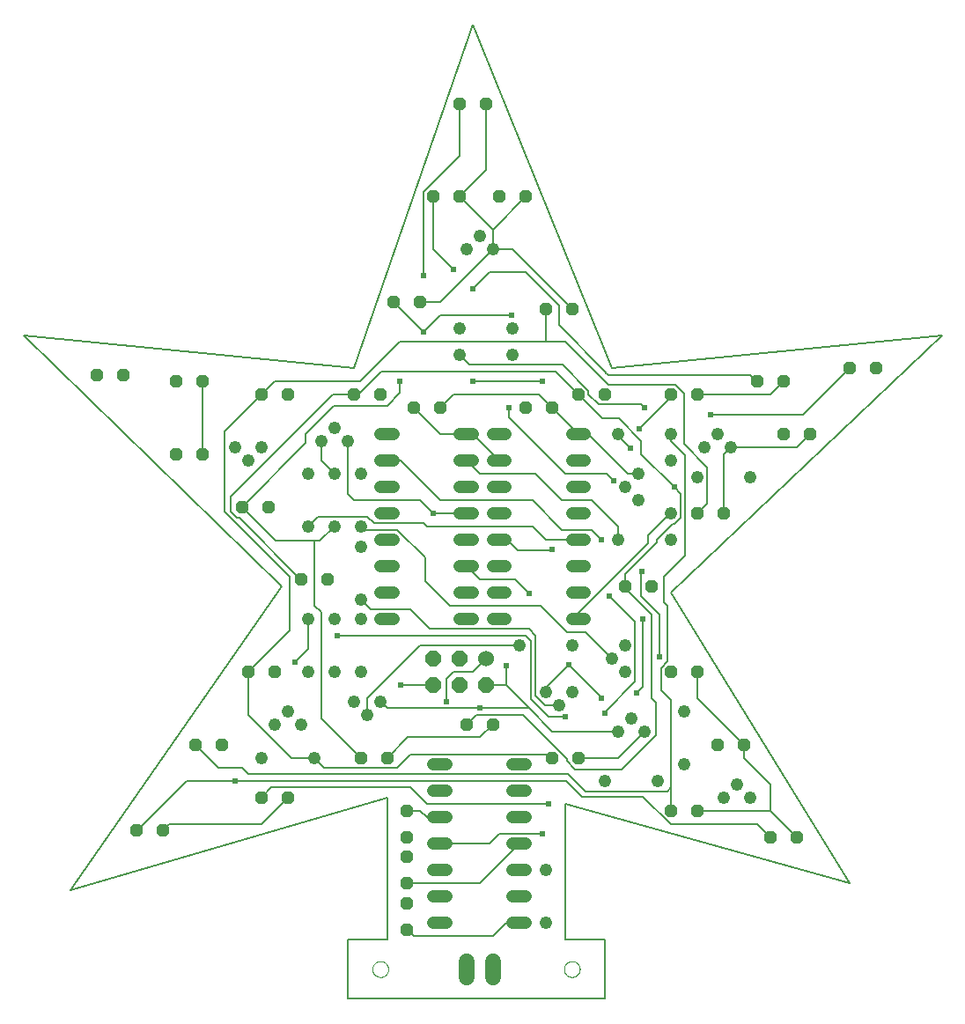
<source format=gbl>
G75*
%MOIN*%
%OFA0B0*%
%FSLAX25Y25*%
%IPPOS*%
%LPD*%
%AMOC8*
5,1,8,0,0,1.08239X$1,22.5*
%
%ADD10C,0.00600*%
%ADD11C,0.00000*%
%ADD12OC8,0.04800*%
%ADD13C,0.04800*%
%ADD14C,0.06000*%
%ADD15C,0.04800*%
%ADD16C,0.06000*%
%ADD17OC8,0.06000*%
%ADD18C,0.00800*%
%ADD19C,0.02400*%
D10*
X0018800Y0042550D02*
X0138800Y0077550D01*
X0138800Y0023800D01*
X0123800Y0023800D01*
X0123800Y0001300D01*
X0221300Y0001300D01*
X0221300Y0023800D01*
X0206300Y0023800D01*
X0206300Y0075050D01*
X0313800Y0045050D01*
X0246300Y0155050D01*
X0348800Y0252550D01*
X0223800Y0240050D01*
X0171300Y0370050D01*
X0126300Y0240050D01*
X0001300Y0252550D01*
X0098800Y0157550D01*
X0018800Y0042550D01*
X0043800Y0065050D02*
X0044150Y0065050D01*
X0062989Y0083889D01*
X0081300Y0083889D01*
X0206511Y0083889D01*
X0212550Y0077850D01*
X0235700Y0077850D01*
X0246150Y0067400D01*
X0278950Y0067400D01*
X0283800Y0062550D01*
X0283800Y0072550D02*
X0293800Y0062550D01*
X0283800Y0072550D02*
X0283800Y0082550D01*
X0273800Y0092550D01*
X0273800Y0097550D01*
X0256300Y0115050D01*
X0256300Y0125050D01*
X0246300Y0114450D02*
X0242600Y0118150D01*
X0242600Y0126583D01*
X0245050Y0129033D01*
X0245050Y0150050D01*
X0243682Y0151418D01*
X0243682Y0161182D01*
X0251700Y0169200D01*
X0251700Y0207150D01*
X0246300Y0212550D01*
X0246300Y0215050D01*
X0251300Y0211300D02*
X0260050Y0202550D01*
X0260050Y0188800D01*
X0256300Y0185050D01*
X0250100Y0183450D02*
X0250100Y0192500D01*
X0247550Y0195050D01*
X0235050Y0207550D01*
X0235050Y0212550D01*
X0226500Y0221100D01*
X0220250Y0221100D01*
X0211300Y0230050D01*
X0202550Y0238800D01*
X0136650Y0238800D01*
X0127900Y0230050D01*
X0126300Y0230050D01*
X0118300Y0230050D01*
X0079700Y0191450D01*
X0079700Y0185850D01*
X0082100Y0183450D01*
X0082900Y0183450D01*
X0106100Y0160250D01*
X0106300Y0160050D01*
X0102100Y0161050D02*
X0102100Y0140850D01*
X0086300Y0125050D01*
X0086300Y0108800D01*
X0102550Y0092550D01*
X0111300Y0092550D01*
X0115050Y0088800D01*
X0142550Y0088800D01*
X0147550Y0093800D01*
X0200675Y0093800D01*
X0200675Y0093175D01*
X0201300Y0092550D01*
X0206900Y0092250D02*
X0198950Y0100200D01*
X0190400Y0108750D01*
X0172500Y0108750D01*
X0168800Y0105050D01*
X0174025Y0100275D02*
X0146525Y0100275D01*
X0138800Y0092550D01*
X0128800Y0092550D02*
X0118800Y0102550D01*
X0113800Y0107550D01*
X0113800Y0147725D01*
X0111300Y0150225D01*
X0111300Y0174650D01*
X0096700Y0174650D01*
X0083800Y0187550D01*
X0107875Y0211625D01*
X0107875Y0215050D01*
X0118675Y0225850D01*
X0138800Y0225850D01*
X0143719Y0230769D01*
X0143719Y0235131D01*
X0143700Y0250050D02*
X0128700Y0235050D01*
X0096300Y0235050D01*
X0091300Y0230050D01*
X0077300Y0216050D01*
X0077300Y0185850D01*
X0102100Y0161050D01*
X0111300Y0174650D02*
X0113400Y0174650D01*
X0118800Y0180050D01*
X0112550Y0183800D02*
X0131300Y0183800D01*
X0133800Y0181300D01*
X0152550Y0181300D01*
X0153800Y0180050D01*
X0193800Y0180050D01*
X0198800Y0175050D01*
X0211300Y0175050D01*
X0216300Y0178800D02*
X0205050Y0178800D01*
X0193800Y0190050D01*
X0158800Y0190050D01*
X0143800Y0205050D01*
X0138800Y0205050D01*
X0118800Y0200050D02*
X0113800Y0205050D01*
X0113800Y0212550D01*
X0112550Y0183800D02*
X0108800Y0180050D01*
X0128800Y0180050D02*
X0129984Y0178866D01*
X0142616Y0178866D01*
X0153175Y0168308D01*
X0153175Y0159425D01*
X0162550Y0150050D01*
X0197100Y0150050D01*
X0207100Y0140050D01*
X0213800Y0140050D01*
X0223800Y0130050D01*
X0232750Y0121300D02*
X0221300Y0109850D01*
X0221300Y0109500D01*
X0233282Y0117032D02*
X0235700Y0119450D01*
X0235700Y0145050D01*
X0232750Y0144000D02*
X0232750Y0121300D01*
X0238900Y0116300D02*
X0238900Y0114950D01*
X0240500Y0113350D01*
X0240500Y0111300D01*
X0240500Y0110050D01*
X0240500Y0101050D01*
X0227700Y0088250D01*
X0210100Y0088250D01*
X0206900Y0091450D01*
X0206900Y0092250D01*
X0211300Y0092550D02*
X0226400Y0092550D01*
X0236300Y0102450D01*
X0236300Y0102550D01*
X0246300Y0114450D02*
X0246300Y0081300D01*
X0244925Y0079925D01*
X0213800Y0079925D01*
X0207425Y0086300D01*
X0086300Y0086300D01*
X0083800Y0088800D01*
X0075050Y0088800D01*
X0066300Y0097550D01*
X0056300Y0067550D02*
X0053800Y0065050D01*
X0056300Y0067550D02*
X0091300Y0067550D01*
X0101300Y0077550D01*
X0095050Y0081300D02*
X0147550Y0081300D01*
X0153800Y0075050D01*
X0200050Y0075050D01*
X0197600Y0063750D02*
X0181300Y0063750D01*
X0177600Y0060050D01*
X0158800Y0060050D01*
X0158800Y0070050D02*
X0153800Y0070050D01*
X0151300Y0072550D01*
X0146300Y0072550D01*
X0146300Y0045050D02*
X0173800Y0045050D01*
X0188800Y0060050D01*
X0174025Y0100275D02*
X0178800Y0105050D01*
X0193334Y0114891D02*
X0193334Y0136766D01*
X0191300Y0138800D01*
X0120050Y0138800D01*
X0108800Y0133711D02*
X0108800Y0145050D01*
X0108800Y0133711D02*
X0103889Y0128800D01*
X0128800Y0152550D02*
X0129300Y0152250D01*
X0132700Y0148850D01*
X0147600Y0148850D01*
X0155100Y0141350D01*
X0192500Y0141350D01*
X0194934Y0138916D01*
X0194934Y0116184D01*
X0198567Y0112550D01*
X0203800Y0112550D01*
X0206300Y0108175D02*
X0200050Y0108175D01*
X0193334Y0114891D01*
X0176300Y0130050D02*
X0171300Y0125050D01*
X0163800Y0125050D01*
X0161300Y0122550D01*
X0161300Y0113900D01*
X0151300Y0135050D02*
X0188800Y0135050D01*
X0192500Y0154750D02*
X0187200Y0160050D01*
X0173800Y0160050D01*
X0168800Y0165050D01*
X0151300Y0135050D02*
X0131300Y0115050D01*
X0131300Y0108800D01*
X0095050Y0081300D02*
X0091300Y0077550D01*
X0205050Y0190050D02*
X0216300Y0190050D01*
X0226300Y0180050D01*
X0226300Y0175050D01*
X0220050Y0175050D02*
X0216300Y0178800D01*
X0205050Y0190050D02*
X0195050Y0200050D01*
X0173800Y0200050D01*
X0168800Y0205050D01*
X0185050Y0221300D02*
X0206300Y0200050D01*
X0222105Y0200050D01*
X0224700Y0197455D01*
X0230900Y0209850D02*
X0226300Y0214450D01*
X0226300Y0215050D01*
X0234200Y0217150D02*
X0246300Y0229250D01*
X0246300Y0230050D01*
X0247600Y0233750D02*
X0247550Y0233800D01*
X0222550Y0233800D01*
X0206300Y0250050D01*
X0198800Y0250050D01*
X0198800Y0262550D01*
X0203800Y0263800D02*
X0203800Y0256300D01*
X0221313Y0238787D01*
X0221320Y0238720D01*
X0221638Y0238459D01*
X0221792Y0238078D01*
X0222192Y0237908D01*
X0222703Y0237397D01*
X0276453Y0237397D01*
X0278800Y0235050D01*
X0283800Y0230050D02*
X0256300Y0230050D01*
X0251300Y0230283D02*
X0247833Y0233750D01*
X0247600Y0233750D01*
X0251300Y0230283D02*
X0251300Y0211300D01*
X0261300Y0222550D02*
X0296300Y0222550D01*
X0313800Y0240050D01*
X0288800Y0235050D02*
X0283800Y0230050D01*
X0298800Y0215050D02*
X0293800Y0210050D01*
X0268800Y0210050D01*
X0266300Y0207550D01*
X0266300Y0185050D01*
X0250100Y0183450D02*
X0247700Y0181050D01*
X0246900Y0181050D01*
X0240875Y0175025D01*
X0240875Y0174225D01*
X0228800Y0162150D01*
X0228800Y0157550D01*
X0228800Y0156750D01*
X0238900Y0146650D01*
X0238900Y0116300D01*
X0242100Y0130750D02*
X0242100Y0146600D01*
X0234900Y0153800D01*
X0234900Y0162525D01*
X0235375Y0163000D01*
X0237675Y0173675D02*
X0237675Y0176625D01*
X0246100Y0185050D01*
X0246300Y0185050D01*
X0237675Y0173675D02*
X0211300Y0147300D01*
X0211300Y0145050D01*
X0222900Y0153850D02*
X0232750Y0144000D01*
X0246300Y0081300D02*
X0246300Y0072550D01*
X0256300Y0072550D02*
X0283800Y0072550D01*
X0185050Y0221300D02*
X0185050Y0225050D01*
X0197550Y0235050D02*
X0171300Y0235050D01*
X0170050Y0241300D02*
X0191300Y0241300D01*
X0205283Y0241300D01*
X0215000Y0231583D01*
X0215000Y0230100D01*
X0218800Y0226300D01*
X0235050Y0226300D01*
X0236300Y0225050D01*
X0208800Y0262550D02*
X0186300Y0285050D01*
X0178900Y0285050D01*
X0178800Y0285050D01*
X0172550Y0278800D01*
X0158800Y0265050D01*
X0151300Y0265050D01*
X0158800Y0260050D02*
X0152550Y0253800D01*
X0141300Y0265050D01*
X0152500Y0275050D02*
X0152500Y0306650D01*
X0166300Y0320450D01*
X0166300Y0340050D01*
X0176300Y0340050D02*
X0176300Y0315050D01*
X0166300Y0305050D01*
X0178800Y0292550D01*
X0191300Y0305050D01*
X0178800Y0292550D02*
X0178800Y0285050D01*
X0177550Y0276300D02*
X0191300Y0276300D01*
X0203800Y0263800D01*
X0198800Y0250050D02*
X0143700Y0250050D01*
X0158800Y0260050D02*
X0185900Y0260050D01*
X0171300Y0270050D02*
X0177550Y0276300D01*
X0163800Y0277550D02*
X0156300Y0285050D01*
X0156300Y0305050D01*
X0166300Y0245050D02*
X0170050Y0241300D01*
X0068800Y0235050D02*
X0068800Y0207550D01*
D11*
X0133300Y0012550D02*
X0133302Y0012659D01*
X0133308Y0012768D01*
X0133318Y0012876D01*
X0133332Y0012984D01*
X0133349Y0013092D01*
X0133371Y0013199D01*
X0133396Y0013305D01*
X0133426Y0013409D01*
X0133459Y0013513D01*
X0133496Y0013616D01*
X0133536Y0013717D01*
X0133580Y0013816D01*
X0133628Y0013914D01*
X0133680Y0014011D01*
X0133734Y0014105D01*
X0133792Y0014197D01*
X0133854Y0014287D01*
X0133919Y0014374D01*
X0133986Y0014460D01*
X0134057Y0014543D01*
X0134131Y0014623D01*
X0134208Y0014700D01*
X0134287Y0014775D01*
X0134369Y0014846D01*
X0134454Y0014915D01*
X0134541Y0014980D01*
X0134630Y0015043D01*
X0134722Y0015101D01*
X0134816Y0015157D01*
X0134911Y0015209D01*
X0135009Y0015258D01*
X0135108Y0015303D01*
X0135209Y0015345D01*
X0135311Y0015382D01*
X0135414Y0015416D01*
X0135519Y0015447D01*
X0135625Y0015473D01*
X0135731Y0015496D01*
X0135839Y0015514D01*
X0135947Y0015529D01*
X0136055Y0015540D01*
X0136164Y0015547D01*
X0136273Y0015550D01*
X0136382Y0015549D01*
X0136491Y0015544D01*
X0136599Y0015535D01*
X0136707Y0015522D01*
X0136815Y0015505D01*
X0136922Y0015485D01*
X0137028Y0015460D01*
X0137133Y0015432D01*
X0137237Y0015400D01*
X0137340Y0015364D01*
X0137442Y0015324D01*
X0137542Y0015281D01*
X0137640Y0015234D01*
X0137737Y0015184D01*
X0137831Y0015130D01*
X0137924Y0015072D01*
X0138015Y0015012D01*
X0138103Y0014948D01*
X0138189Y0014881D01*
X0138272Y0014811D01*
X0138353Y0014738D01*
X0138431Y0014662D01*
X0138506Y0014583D01*
X0138579Y0014501D01*
X0138648Y0014417D01*
X0138714Y0014331D01*
X0138777Y0014242D01*
X0138837Y0014151D01*
X0138894Y0014058D01*
X0138947Y0013963D01*
X0138996Y0013866D01*
X0139042Y0013767D01*
X0139084Y0013667D01*
X0139123Y0013565D01*
X0139158Y0013461D01*
X0139189Y0013357D01*
X0139217Y0013252D01*
X0139240Y0013145D01*
X0139260Y0013038D01*
X0139276Y0012930D01*
X0139288Y0012822D01*
X0139296Y0012713D01*
X0139300Y0012604D01*
X0139300Y0012496D01*
X0139296Y0012387D01*
X0139288Y0012278D01*
X0139276Y0012170D01*
X0139260Y0012062D01*
X0139240Y0011955D01*
X0139217Y0011848D01*
X0139189Y0011743D01*
X0139158Y0011639D01*
X0139123Y0011535D01*
X0139084Y0011433D01*
X0139042Y0011333D01*
X0138996Y0011234D01*
X0138947Y0011137D01*
X0138894Y0011042D01*
X0138837Y0010949D01*
X0138777Y0010858D01*
X0138714Y0010769D01*
X0138648Y0010683D01*
X0138579Y0010599D01*
X0138506Y0010517D01*
X0138431Y0010438D01*
X0138353Y0010362D01*
X0138272Y0010289D01*
X0138189Y0010219D01*
X0138103Y0010152D01*
X0138015Y0010088D01*
X0137924Y0010028D01*
X0137831Y0009970D01*
X0137737Y0009916D01*
X0137640Y0009866D01*
X0137542Y0009819D01*
X0137442Y0009776D01*
X0137340Y0009736D01*
X0137237Y0009700D01*
X0137133Y0009668D01*
X0137028Y0009640D01*
X0136922Y0009615D01*
X0136815Y0009595D01*
X0136707Y0009578D01*
X0136599Y0009565D01*
X0136491Y0009556D01*
X0136382Y0009551D01*
X0136273Y0009550D01*
X0136164Y0009553D01*
X0136055Y0009560D01*
X0135947Y0009571D01*
X0135839Y0009586D01*
X0135731Y0009604D01*
X0135625Y0009627D01*
X0135519Y0009653D01*
X0135414Y0009684D01*
X0135311Y0009718D01*
X0135209Y0009755D01*
X0135108Y0009797D01*
X0135009Y0009842D01*
X0134911Y0009891D01*
X0134816Y0009943D01*
X0134722Y0009999D01*
X0134630Y0010057D01*
X0134541Y0010120D01*
X0134454Y0010185D01*
X0134369Y0010254D01*
X0134287Y0010325D01*
X0134208Y0010400D01*
X0134131Y0010477D01*
X0134057Y0010557D01*
X0133986Y0010640D01*
X0133919Y0010726D01*
X0133854Y0010813D01*
X0133792Y0010903D01*
X0133734Y0010995D01*
X0133680Y0011089D01*
X0133628Y0011186D01*
X0133580Y0011284D01*
X0133536Y0011383D01*
X0133496Y0011484D01*
X0133459Y0011587D01*
X0133426Y0011691D01*
X0133396Y0011795D01*
X0133371Y0011901D01*
X0133349Y0012008D01*
X0133332Y0012116D01*
X0133318Y0012224D01*
X0133308Y0012332D01*
X0133302Y0012441D01*
X0133300Y0012550D01*
X0205800Y0012550D02*
X0205802Y0012659D01*
X0205808Y0012768D01*
X0205818Y0012876D01*
X0205832Y0012984D01*
X0205849Y0013092D01*
X0205871Y0013199D01*
X0205896Y0013305D01*
X0205926Y0013409D01*
X0205959Y0013513D01*
X0205996Y0013616D01*
X0206036Y0013717D01*
X0206080Y0013816D01*
X0206128Y0013914D01*
X0206180Y0014011D01*
X0206234Y0014105D01*
X0206292Y0014197D01*
X0206354Y0014287D01*
X0206419Y0014374D01*
X0206486Y0014460D01*
X0206557Y0014543D01*
X0206631Y0014623D01*
X0206708Y0014700D01*
X0206787Y0014775D01*
X0206869Y0014846D01*
X0206954Y0014915D01*
X0207041Y0014980D01*
X0207130Y0015043D01*
X0207222Y0015101D01*
X0207316Y0015157D01*
X0207411Y0015209D01*
X0207509Y0015258D01*
X0207608Y0015303D01*
X0207709Y0015345D01*
X0207811Y0015382D01*
X0207914Y0015416D01*
X0208019Y0015447D01*
X0208125Y0015473D01*
X0208231Y0015496D01*
X0208339Y0015514D01*
X0208447Y0015529D01*
X0208555Y0015540D01*
X0208664Y0015547D01*
X0208773Y0015550D01*
X0208882Y0015549D01*
X0208991Y0015544D01*
X0209099Y0015535D01*
X0209207Y0015522D01*
X0209315Y0015505D01*
X0209422Y0015485D01*
X0209528Y0015460D01*
X0209633Y0015432D01*
X0209737Y0015400D01*
X0209840Y0015364D01*
X0209942Y0015324D01*
X0210042Y0015281D01*
X0210140Y0015234D01*
X0210237Y0015184D01*
X0210331Y0015130D01*
X0210424Y0015072D01*
X0210515Y0015012D01*
X0210603Y0014948D01*
X0210689Y0014881D01*
X0210772Y0014811D01*
X0210853Y0014738D01*
X0210931Y0014662D01*
X0211006Y0014583D01*
X0211079Y0014501D01*
X0211148Y0014417D01*
X0211214Y0014331D01*
X0211277Y0014242D01*
X0211337Y0014151D01*
X0211394Y0014058D01*
X0211447Y0013963D01*
X0211496Y0013866D01*
X0211542Y0013767D01*
X0211584Y0013667D01*
X0211623Y0013565D01*
X0211658Y0013461D01*
X0211689Y0013357D01*
X0211717Y0013252D01*
X0211740Y0013145D01*
X0211760Y0013038D01*
X0211776Y0012930D01*
X0211788Y0012822D01*
X0211796Y0012713D01*
X0211800Y0012604D01*
X0211800Y0012496D01*
X0211796Y0012387D01*
X0211788Y0012278D01*
X0211776Y0012170D01*
X0211760Y0012062D01*
X0211740Y0011955D01*
X0211717Y0011848D01*
X0211689Y0011743D01*
X0211658Y0011639D01*
X0211623Y0011535D01*
X0211584Y0011433D01*
X0211542Y0011333D01*
X0211496Y0011234D01*
X0211447Y0011137D01*
X0211394Y0011042D01*
X0211337Y0010949D01*
X0211277Y0010858D01*
X0211214Y0010769D01*
X0211148Y0010683D01*
X0211079Y0010599D01*
X0211006Y0010517D01*
X0210931Y0010438D01*
X0210853Y0010362D01*
X0210772Y0010289D01*
X0210689Y0010219D01*
X0210603Y0010152D01*
X0210515Y0010088D01*
X0210424Y0010028D01*
X0210331Y0009970D01*
X0210237Y0009916D01*
X0210140Y0009866D01*
X0210042Y0009819D01*
X0209942Y0009776D01*
X0209840Y0009736D01*
X0209737Y0009700D01*
X0209633Y0009668D01*
X0209528Y0009640D01*
X0209422Y0009615D01*
X0209315Y0009595D01*
X0209207Y0009578D01*
X0209099Y0009565D01*
X0208991Y0009556D01*
X0208882Y0009551D01*
X0208773Y0009550D01*
X0208664Y0009553D01*
X0208555Y0009560D01*
X0208447Y0009571D01*
X0208339Y0009586D01*
X0208231Y0009604D01*
X0208125Y0009627D01*
X0208019Y0009653D01*
X0207914Y0009684D01*
X0207811Y0009718D01*
X0207709Y0009755D01*
X0207608Y0009797D01*
X0207509Y0009842D01*
X0207411Y0009891D01*
X0207316Y0009943D01*
X0207222Y0009999D01*
X0207130Y0010057D01*
X0207041Y0010120D01*
X0206954Y0010185D01*
X0206869Y0010254D01*
X0206787Y0010325D01*
X0206708Y0010400D01*
X0206631Y0010477D01*
X0206557Y0010557D01*
X0206486Y0010640D01*
X0206419Y0010726D01*
X0206354Y0010813D01*
X0206292Y0010903D01*
X0206234Y0010995D01*
X0206180Y0011089D01*
X0206128Y0011186D01*
X0206080Y0011284D01*
X0206036Y0011383D01*
X0205996Y0011484D01*
X0205959Y0011587D01*
X0205926Y0011691D01*
X0205896Y0011795D01*
X0205871Y0011901D01*
X0205849Y0012008D01*
X0205832Y0012116D01*
X0205818Y0012224D01*
X0205808Y0012332D01*
X0205802Y0012441D01*
X0205800Y0012550D01*
D12*
X0246300Y0072550D03*
X0256300Y0072550D03*
X0263800Y0097550D03*
X0273800Y0097550D03*
X0256300Y0125050D03*
X0246300Y0125050D03*
X0238800Y0157550D03*
X0228800Y0157550D03*
X0256300Y0185050D03*
X0266300Y0185050D03*
X0288800Y0215050D03*
X0298800Y0215050D03*
X0288800Y0235050D03*
X0278800Y0235050D03*
X0256300Y0230050D03*
X0246300Y0230050D03*
X0221300Y0230050D03*
X0211300Y0230050D03*
X0201300Y0225050D03*
X0191300Y0225050D03*
X0158800Y0225050D03*
X0148800Y0225050D03*
X0136300Y0230050D03*
X0126300Y0230050D03*
X0101300Y0230050D03*
X0091300Y0230050D03*
X0068800Y0235050D03*
X0058800Y0235050D03*
X0038800Y0237550D03*
X0028800Y0237550D03*
X0058800Y0207550D03*
X0068800Y0207550D03*
X0083800Y0187550D03*
X0093800Y0187550D03*
X0106300Y0160050D03*
X0116300Y0160050D03*
X0096300Y0125050D03*
X0086300Y0125050D03*
X0076300Y0097550D03*
X0066300Y0097550D03*
X0091300Y0077550D03*
X0101300Y0077550D03*
X0128800Y0092550D03*
X0138800Y0092550D03*
X0146300Y0072550D03*
X0146300Y0062550D03*
X0146300Y0055050D03*
X0146300Y0045050D03*
X0146300Y0037550D03*
X0146300Y0027550D03*
X0201300Y0092550D03*
X0211300Y0092550D03*
X0178800Y0105050D03*
X0168800Y0105050D03*
X0053800Y0065050D03*
X0043800Y0065050D03*
X0198800Y0262550D03*
X0208800Y0262550D03*
X0191300Y0305050D03*
X0181300Y0305050D03*
X0166300Y0305050D03*
X0156300Y0305050D03*
X0166300Y0340050D03*
X0176300Y0340050D03*
X0151300Y0265050D03*
X0141300Y0265050D03*
X0313800Y0240050D03*
X0323800Y0240050D03*
X0293800Y0062550D03*
X0283800Y0062550D03*
D13*
X0213700Y0145050D02*
X0208900Y0145050D01*
X0208900Y0155050D02*
X0213700Y0155050D01*
X0213700Y0165050D02*
X0208900Y0165050D01*
X0208900Y0175050D02*
X0213700Y0175050D01*
X0213700Y0185050D02*
X0208900Y0185050D01*
X0208900Y0195050D02*
X0213700Y0195050D01*
X0213700Y0205050D02*
X0208900Y0205050D01*
X0208900Y0215050D02*
X0213700Y0215050D01*
X0183700Y0215050D02*
X0178900Y0215050D01*
X0178900Y0205050D02*
X0183700Y0205050D01*
X0183700Y0195050D02*
X0178900Y0195050D01*
X0171200Y0195050D02*
X0166400Y0195050D01*
X0166400Y0185050D02*
X0171200Y0185050D01*
X0171200Y0175050D02*
X0166400Y0175050D01*
X0166400Y0165050D02*
X0171200Y0165050D01*
X0178900Y0165050D02*
X0183700Y0165050D01*
X0183700Y0155050D02*
X0178900Y0155050D01*
X0178900Y0145050D02*
X0183700Y0145050D01*
X0171200Y0145050D02*
X0166400Y0145050D01*
X0166400Y0155050D02*
X0171200Y0155050D01*
X0178900Y0175050D02*
X0183700Y0175050D01*
X0183700Y0185050D02*
X0178900Y0185050D01*
X0171200Y0205050D02*
X0166400Y0205050D01*
X0166400Y0215050D02*
X0171200Y0215050D01*
X0141200Y0215050D02*
X0136400Y0215050D01*
X0136400Y0205050D02*
X0141200Y0205050D01*
X0141200Y0195050D02*
X0136400Y0195050D01*
X0136400Y0185050D02*
X0141200Y0185050D01*
X0141200Y0175050D02*
X0136400Y0175050D01*
X0136400Y0165050D02*
X0141200Y0165050D01*
X0141200Y0155050D02*
X0136400Y0155050D01*
X0136400Y0145050D02*
X0141200Y0145050D01*
X0156400Y0090050D02*
X0161200Y0090050D01*
X0161200Y0080050D02*
X0156400Y0080050D01*
X0156400Y0070050D02*
X0161200Y0070050D01*
X0161200Y0060050D02*
X0156400Y0060050D01*
X0156400Y0050050D02*
X0161200Y0050050D01*
X0161200Y0040050D02*
X0156400Y0040050D01*
X0156400Y0030050D02*
X0161200Y0030050D01*
X0186400Y0030050D02*
X0191200Y0030050D01*
X0191200Y0040050D02*
X0186400Y0040050D01*
X0186400Y0050050D02*
X0191200Y0050050D01*
X0191200Y0060050D02*
X0186400Y0060050D01*
X0186400Y0070050D02*
X0191200Y0070050D01*
X0191200Y0080050D02*
X0186400Y0080050D01*
X0186400Y0090050D02*
X0191200Y0090050D01*
D14*
X0178800Y0015550D02*
X0178800Y0009550D01*
X0168800Y0009550D02*
X0168800Y0015550D01*
D15*
X0198800Y0030050D03*
X0198800Y0050050D03*
X0221300Y0083800D03*
X0226300Y0102550D03*
X0231300Y0107550D03*
X0236300Y0102550D03*
X0251300Y0110050D03*
X0251300Y0090050D03*
X0241300Y0083800D03*
X0266300Y0077550D03*
X0271300Y0082550D03*
X0276300Y0077550D03*
X0228800Y0125050D03*
X0223800Y0130050D03*
X0228800Y0135050D03*
X0208800Y0135050D03*
X0208800Y0117550D03*
X0203800Y0112550D03*
X0198800Y0117550D03*
X0188800Y0135050D03*
X0226300Y0175050D03*
X0233800Y0190050D03*
X0228800Y0195050D03*
X0233800Y0200050D03*
X0246300Y0205050D03*
X0246300Y0215050D03*
X0258800Y0210050D03*
X0263800Y0215050D03*
X0268800Y0210050D03*
X0276300Y0198800D03*
X0256300Y0198800D03*
X0246300Y0185050D03*
X0246300Y0175050D03*
X0226300Y0215050D03*
X0186300Y0245050D03*
X0186300Y0255050D03*
X0166300Y0255050D03*
X0166300Y0245050D03*
X0168800Y0285050D03*
X0173800Y0290050D03*
X0178800Y0285050D03*
X0118800Y0217550D03*
X0113800Y0212550D03*
X0123800Y0212550D03*
X0118800Y0200050D03*
X0108800Y0200050D03*
X0108800Y0180050D03*
X0118800Y0180050D03*
X0128800Y0180050D03*
X0128800Y0172550D03*
X0128800Y0152550D03*
X0128800Y0145050D03*
X0118800Y0145050D03*
X0108800Y0145050D03*
X0108800Y0125050D03*
X0118800Y0125050D03*
X0128800Y0125050D03*
X0126300Y0113800D03*
X0131300Y0108800D03*
X0136300Y0113800D03*
X0111300Y0092550D03*
X0106300Y0105050D03*
X0101300Y0110050D03*
X0096300Y0105050D03*
X0091300Y0092550D03*
X0128800Y0200050D03*
X0091300Y0210050D03*
X0086300Y0205050D03*
X0081300Y0210050D03*
D16*
X0176300Y0130050D03*
D17*
X0176300Y0120050D03*
X0166300Y0120050D03*
X0166300Y0130050D03*
X0156300Y0130050D03*
X0156300Y0120050D03*
D18*
X0143800Y0120050D01*
X0136300Y0113800D02*
X0138800Y0111300D01*
X0173800Y0111300D01*
X0192550Y0111300D01*
X0183800Y0120050D01*
X0176300Y0120050D01*
X0183800Y0120050D02*
X0183800Y0127550D01*
X0198800Y0118961D02*
X0198800Y0117550D01*
X0198800Y0118961D02*
X0207700Y0127861D01*
X0220050Y0115511D01*
X0220050Y0115000D01*
X0226300Y0102550D02*
X0201300Y0102550D01*
X0192550Y0111300D01*
X0188200Y0171250D02*
X0201250Y0171250D01*
X0201300Y0171300D01*
X0188200Y0171250D02*
X0184400Y0175050D01*
X0181300Y0175050D01*
X0168800Y0185050D02*
X0156300Y0185050D01*
X0151300Y0190050D01*
X0126300Y0190050D01*
X0123800Y0192550D01*
X0123800Y0212550D01*
X0148800Y0225050D02*
X0158800Y0215050D01*
X0168800Y0215050D01*
X0171300Y0215050D01*
X0181300Y0205050D01*
X0201300Y0225050D02*
X0196300Y0230050D01*
X0163800Y0230050D01*
X0158800Y0225050D01*
X0201300Y0225050D02*
X0211300Y0215050D01*
X0215050Y0215050D01*
X0230050Y0200050D01*
X0233800Y0200050D01*
X0188800Y0030050D02*
X0183800Y0030050D01*
X0178800Y0025050D01*
X0148800Y0025050D01*
X0146300Y0027550D01*
D19*
X0197600Y0063750D03*
X0200050Y0075050D03*
X0206300Y0108175D03*
X0220050Y0115000D03*
X0221300Y0109500D03*
X0233282Y0117032D03*
X0242100Y0130750D03*
X0235700Y0145050D03*
X0222900Y0153850D03*
X0235375Y0163000D03*
X0220050Y0175050D03*
X0201300Y0171300D03*
X0192500Y0154750D03*
X0183800Y0127550D03*
X0173800Y0111300D03*
X0161300Y0113900D03*
X0143800Y0120050D03*
X0120050Y0138800D03*
X0103889Y0128800D03*
X0081300Y0083889D03*
X0156300Y0185050D03*
X0185050Y0225050D03*
X0197550Y0235050D03*
X0185900Y0260050D03*
X0171300Y0270050D03*
X0163800Y0277550D03*
X0152500Y0275050D03*
X0152550Y0253800D03*
X0143719Y0235131D03*
X0171300Y0235050D03*
X0224700Y0197455D03*
X0230900Y0209850D03*
X0234200Y0217150D03*
X0236300Y0225050D03*
X0261300Y0222550D03*
X0247550Y0195050D03*
X0207700Y0127861D03*
M02*

</source>
